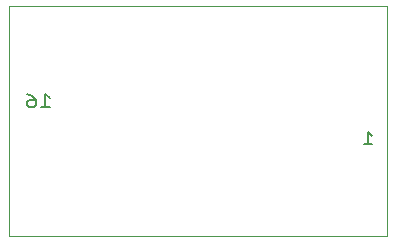
<source format=gbo>
G75*
%MOIN*%
%OFA0B0*%
%FSLAX25Y25*%
%IPPOS*%
%LPD*%
%AMOC8*
5,1,8,0,0,1.08239X$1,22.5*
%
%ADD10C,0.00000*%
%ADD11C,0.00800*%
D10*
X0001000Y0001000D02*
X0001000Y0077772D01*
X0126984Y0077772D01*
X0126984Y0001000D01*
X0001000Y0001000D01*
D11*
X0007674Y0044195D02*
X0006973Y0044896D01*
X0006973Y0045596D01*
X0007674Y0046297D01*
X0009776Y0046297D01*
X0009776Y0044896D01*
X0009075Y0044195D01*
X0007674Y0044195D01*
X0009776Y0046297D02*
X0008374Y0047698D01*
X0006973Y0048399D01*
X0012978Y0048399D02*
X0012978Y0044195D01*
X0011577Y0044195D02*
X0014380Y0044195D01*
X0014380Y0046998D02*
X0012978Y0048399D01*
X0119077Y0031695D02*
X0121880Y0031695D01*
X0120478Y0031695D02*
X0120478Y0035899D01*
X0121880Y0034498D01*
M02*

</source>
